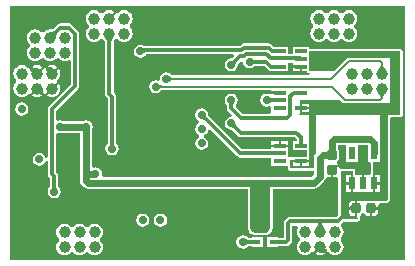
<source format=gbl>
G04*
G04 #@! TF.GenerationSoftware,Altium Limited,Altium Designer,20.1.8 (145)*
G04*
G04 Layer_Physical_Order=4*
G04 Layer_Color=16711680*
%FSLAX43Y43*%
%MOMM*%
G71*
G04*
G04 #@! TF.SameCoordinates,A35BB786-9FE3-423A-BE6B-7267126F668D*
G04*
G04*
G04 #@! TF.FilePolarity,Positive*
G04*
G01*
G75*
%ADD12C,0.300*%
%ADD14C,0.200*%
G04:AMPARAMS|DCode=32|XSize=0.9mm|YSize=0.8mm|CornerRadius=0.2mm|HoleSize=0mm|Usage=FLASHONLY|Rotation=0.000|XOffset=0mm|YOffset=0mm|HoleType=Round|Shape=RoundedRectangle|*
%AMROUNDEDRECTD32*
21,1,0.900,0.400,0,0,0.0*
21,1,0.500,0.800,0,0,0.0*
1,1,0.400,0.250,-0.200*
1,1,0.400,-0.250,-0.200*
1,1,0.400,-0.250,0.200*
1,1,0.400,0.250,0.200*
%
%ADD32ROUNDEDRECTD32*%
G04:AMPARAMS|DCode=35|XSize=0.9mm|YSize=0.8mm|CornerRadius=0.2mm|HoleSize=0mm|Usage=FLASHONLY|Rotation=270.000|XOffset=0mm|YOffset=0mm|HoleType=Round|Shape=RoundedRectangle|*
%AMROUNDEDRECTD35*
21,1,0.900,0.400,0,0,270.0*
21,1,0.500,0.800,0,0,270.0*
1,1,0.400,-0.200,-0.250*
1,1,0.400,-0.200,0.250*
1,1,0.400,0.200,0.250*
1,1,0.400,0.200,-0.250*
%
%ADD35ROUNDEDRECTD35*%
%ADD45C,0.600*%
%ADD47C,1.000*%
%ADD48C,0.600*%
%ADD49C,0.700*%
%ADD50R,0.500X0.400*%
%ADD51R,0.600X1.100*%
%ADD52R,1.000X0.350*%
G36*
X64745Y26380D02*
X31255D01*
Y28125D01*
Y47870D01*
X64745D01*
Y26380D01*
D02*
G37*
%LPC*%
G36*
X59940Y47501D02*
X59757Y47477D01*
X59587Y47406D01*
X59441Y47294D01*
X59406Y47249D01*
X59204D01*
X59169Y47294D01*
X59023Y47406D01*
X58853Y47477D01*
X58670Y47501D01*
X58487Y47477D01*
X58317Y47406D01*
X58171Y47294D01*
X58136Y47249D01*
X57934D01*
X57899Y47294D01*
X57753Y47406D01*
X57583Y47477D01*
X57400Y47501D01*
X57217Y47477D01*
X57047Y47406D01*
X56901Y47294D01*
X56789Y47148D01*
X56718Y46978D01*
X56694Y46795D01*
X56718Y46612D01*
X56789Y46442D01*
X56901Y46296D01*
X56946Y46261D01*
Y46059D01*
X56901Y46024D01*
X56789Y45878D01*
X56718Y45708D01*
X56694Y45525D01*
X56718Y45342D01*
X56789Y45172D01*
X56901Y45026D01*
X57047Y44914D01*
X57217Y44843D01*
X57400Y44819D01*
X57583Y44843D01*
X57753Y44914D01*
X57899Y45026D01*
X57934Y45071D01*
X58136D01*
X58171Y45026D01*
X58317Y44914D01*
X58487Y44843D01*
X58670Y44819D01*
X58853Y44843D01*
X59023Y44914D01*
X59169Y45026D01*
X59204Y45071D01*
X59406D01*
X59441Y45026D01*
X59587Y44914D01*
X59757Y44843D01*
X59940Y44819D01*
X60123Y44843D01*
X60293Y44914D01*
X60439Y45026D01*
X60551Y45172D01*
X60622Y45342D01*
X60646Y45525D01*
X60622Y45708D01*
X60551Y45878D01*
X60439Y46024D01*
X60394Y46059D01*
Y46261D01*
X60439Y46296D01*
X60551Y46442D01*
X60622Y46612D01*
X60646Y46795D01*
X60622Y46978D01*
X60551Y47148D01*
X60439Y47294D01*
X60293Y47406D01*
X60123Y47477D01*
X59940Y47501D01*
D02*
G37*
G36*
X40940D02*
X40757Y47477D01*
X40587Y47406D01*
X40441Y47294D01*
X40406Y47249D01*
X40265D01*
X39741Y46724D01*
X39599Y46866D01*
X40089Y47356D01*
X40023Y47406D01*
X39853Y47477D01*
X39670Y47501D01*
X39487Y47477D01*
X39317Y47406D01*
X39171Y47294D01*
X39136Y47249D01*
X38934D01*
X38899Y47294D01*
X38753Y47406D01*
X38583Y47477D01*
X38400Y47501D01*
X38217Y47477D01*
X38047Y47406D01*
X37901Y47294D01*
X37789Y47148D01*
X37718Y46978D01*
X37694Y46795D01*
X37718Y46612D01*
X37789Y46442D01*
X37901Y46296D01*
X37946Y46261D01*
Y46059D01*
X37901Y46024D01*
X37789Y45878D01*
X37718Y45708D01*
X37694Y45525D01*
X37718Y45342D01*
X37789Y45172D01*
X37901Y45026D01*
X38047Y44914D01*
X38217Y44843D01*
X38400Y44819D01*
X38583Y44843D01*
X38753Y44914D01*
X38899Y45026D01*
X38934Y45071D01*
X39136D01*
X39171Y45026D01*
X39182Y45017D01*
X39207Y44992D01*
X39232Y44962D01*
X39254Y44933D01*
X39271Y44904D01*
X39286Y44877D01*
X39297Y44851D01*
X39305Y44825D01*
X39311Y44800D01*
X39313Y44786D01*
Y40415D01*
X39340Y40278D01*
X39418Y40162D01*
X39543Y40037D01*
Y36247D01*
X39541Y36231D01*
X39537Y36215D01*
X39533Y36202D01*
X39529Y36191D01*
X39525Y36183D01*
X39523Y36179D01*
X39503Y36166D01*
X39382Y35984D01*
X39339Y35770D01*
X39382Y35555D01*
X39503Y35373D01*
X39685Y35252D01*
X39900Y35209D01*
X40115Y35252D01*
X40297Y35373D01*
X40418Y35555D01*
X40461Y35770D01*
X40418Y35984D01*
X40297Y36166D01*
X40277Y36179D01*
X40275Y36183D01*
X40271Y36191D01*
X40267Y36202D01*
X40263Y36215D01*
X40259Y36231D01*
X40257Y36247D01*
Y40185D01*
X40230Y40321D01*
X40152Y40437D01*
X40027Y40562D01*
Y44786D01*
X40029Y44800D01*
X40035Y44825D01*
X40043Y44851D01*
X40054Y44877D01*
X40069Y44904D01*
X40086Y44933D01*
X40108Y44962D01*
X40133Y44992D01*
X40158Y45017D01*
X40169Y45026D01*
X40204Y45071D01*
X40406D01*
X40441Y45026D01*
X40587Y44914D01*
X40757Y44843D01*
X40940Y44819D01*
X41123Y44843D01*
X41293Y44914D01*
X41439Y45026D01*
X41551Y45172D01*
X41622Y45342D01*
X41646Y45525D01*
X41622Y45708D01*
X41551Y45878D01*
X41439Y46024D01*
X41394Y46059D01*
Y46261D01*
X41439Y46296D01*
X41551Y46442D01*
X41622Y46612D01*
X41646Y46795D01*
X41622Y46978D01*
X41551Y47148D01*
X41439Y47294D01*
X41293Y47406D01*
X41123Y47477D01*
X40940Y47501D01*
D02*
G37*
G36*
X36292Y46382D02*
X35520D01*
X35383Y46355D01*
X35268Y46277D01*
X34941Y45950D01*
X34929Y45942D01*
X34907Y45928D01*
X34883Y45915D01*
X34856Y45905D01*
X34827Y45896D01*
X34794Y45888D01*
X34759Y45883D01*
X34720Y45880D01*
X34685Y45879D01*
X34670Y45881D01*
X34487Y45857D01*
X34317Y45786D01*
X34171Y45674D01*
X34136Y45629D01*
X33934D01*
X33899Y45674D01*
X33753Y45786D01*
X33583Y45857D01*
X33400Y45881D01*
X33217Y45857D01*
X33047Y45786D01*
X32901Y45674D01*
X32789Y45528D01*
X32718Y45358D01*
X32694Y45175D01*
X32718Y44992D01*
X32789Y44822D01*
X32901Y44676D01*
X32946Y44641D01*
Y44439D01*
X32901Y44404D01*
X32789Y44258D01*
X32718Y44088D01*
X32694Y43905D01*
X32718Y43722D01*
X32789Y43552D01*
X32901Y43406D01*
X33047Y43294D01*
X33217Y43223D01*
X33400Y43199D01*
X33583Y43223D01*
X33753Y43294D01*
X33899Y43406D01*
X33934Y43451D01*
X34136D01*
X34171Y43406D01*
X34317Y43294D01*
X34487Y43223D01*
X34670Y43199D01*
X34853Y43223D01*
X35023Y43294D01*
X35169Y43406D01*
X35204Y43451D01*
X35406D01*
X35441Y43406D01*
X35587Y43294D01*
X35757Y43223D01*
X35940Y43199D01*
X36123Y43223D01*
X36273Y43285D01*
X36432Y43225D01*
X36433Y43224D01*
Y41250D01*
X34548Y39364D01*
X34470Y39248D01*
X34443Y39112D01*
Y35030D01*
X34283Y35014D01*
X34268Y35090D01*
X34147Y35272D01*
X33965Y35393D01*
X33750Y35436D01*
X33535Y35393D01*
X33353Y35272D01*
X33232Y35090D01*
X33189Y34875D01*
X33232Y34660D01*
X33353Y34478D01*
X33535Y34357D01*
X33750Y34314D01*
X33965Y34357D01*
X34147Y34478D01*
X34268Y34660D01*
X34283Y34736D01*
X34443Y34720D01*
Y33625D01*
X34470Y33488D01*
X34548Y33373D01*
X34643Y33277D01*
Y32602D01*
X34641Y32586D01*
X34637Y32570D01*
X34633Y32557D01*
X34629Y32546D01*
X34625Y32538D01*
X34623Y32534D01*
X34603Y32522D01*
X34482Y32340D01*
X34439Y32125D01*
X34482Y31910D01*
X34603Y31728D01*
X34785Y31607D01*
X35000Y31564D01*
X35215Y31607D01*
X35397Y31728D01*
X35518Y31910D01*
X35561Y32125D01*
X35518Y32340D01*
X35397Y32522D01*
X35377Y32534D01*
X35375Y32538D01*
X35371Y32546D01*
X35367Y32557D01*
X35363Y32570D01*
X35359Y32586D01*
X35357Y32602D01*
Y33425D01*
X35330Y33562D01*
X35252Y33677D01*
X35157Y33773D01*
Y37015D01*
X35317Y37101D01*
X35500Y37064D01*
X35715Y37107D01*
X35727Y37115D01*
X37190D01*
Y33625D01*
Y33051D01*
X37229Y32856D01*
X37340Y32690D01*
X37515Y32515D01*
X37681Y32404D01*
X37876Y32365D01*
X51396D01*
Y29050D01*
X51412Y28972D01*
X51488Y28789D01*
X51532Y28723D01*
X51672Y28582D01*
X51738Y28538D01*
X51922Y28462D01*
X52000Y28446D01*
X52899D01*
X52977Y28462D01*
X53161Y28538D01*
X53227Y28582D01*
X53367Y28723D01*
X53412Y28789D01*
X53488Y28973D01*
X53503Y29051D01*
Y29095D01*
X53514Y29150D01*
Y32365D01*
X57000D01*
X57195Y32404D01*
X57360Y32515D01*
X57860Y33015D01*
X57971Y33180D01*
X57990Y33275D01*
X58077Y33378D01*
X58170Y33383D01*
X58250Y33367D01*
X58400D01*
Y33975D01*
X58600D01*
Y33367D01*
X58750D01*
X58886Y33394D01*
X58932Y33380D01*
X59046Y33299D01*
Y30176D01*
X58852Y29982D01*
X54976D01*
X54839Y29955D01*
X54723Y29877D01*
X54548Y29702D01*
X54470Y29586D01*
X54443Y29449D01*
Y28232D01*
X53950D01*
Y28275D01*
X53050D01*
Y27475D01*
X53950D01*
Y27518D01*
X54624D01*
X54761Y27545D01*
X54877Y27623D01*
X55052Y27798D01*
X55130Y27914D01*
X55157Y28051D01*
Y29268D01*
X55588D01*
X55667Y29108D01*
X55644Y29078D01*
X55573Y28908D01*
X55549Y28725D01*
X55573Y28542D01*
X55644Y28372D01*
X55756Y28226D01*
X55801Y28191D01*
Y27989D01*
X55756Y27954D01*
X55644Y27808D01*
X55573Y27638D01*
X55549Y27455D01*
X55573Y27272D01*
X55644Y27102D01*
X55756Y26956D01*
X55902Y26844D01*
X56072Y26773D01*
X56255Y26749D01*
X56438Y26773D01*
X56608Y26844D01*
X56754Y26956D01*
X56789Y27001D01*
X56930D01*
X57454Y27526D01*
X57596Y27384D01*
X57106Y26894D01*
X57172Y26844D01*
X57342Y26773D01*
X57525Y26749D01*
X57708Y26773D01*
X57878Y26844D01*
X57975Y26918D01*
X57957Y26926D01*
X57914Y26940D01*
X57867Y26950D01*
X57816Y26958D01*
X57761Y26962D01*
X57701Y26964D01*
X57570Y26957D01*
X58024Y27490D01*
X58030Y27422D01*
X58049Y27301D01*
X58062Y27247D01*
X58078Y27198D01*
X58096Y27153D01*
X58116Y27113D01*
X58139Y27077D01*
X58164Y27046D01*
X58191Y27019D01*
X58176Y27001D01*
X58261D01*
X58296Y26956D01*
X58442Y26844D01*
X58612Y26773D01*
X58795Y26749D01*
X58978Y26773D01*
X59148Y26844D01*
X59294Y26956D01*
X59406Y27102D01*
X59477Y27272D01*
X59501Y27455D01*
X59477Y27638D01*
X59406Y27808D01*
X59294Y27954D01*
X59249Y27989D01*
Y28191D01*
X59294Y28226D01*
X59406Y28372D01*
X59477Y28542D01*
X59501Y28725D01*
X59477Y28908D01*
X59406Y29078D01*
X59302Y29214D01*
X59290Y29241D01*
X59301Y29421D01*
X59471Y29591D01*
X60655Y29591D01*
X60659Y29592D01*
X60663Y29592D01*
X60698Y29600D01*
X60733Y29607D01*
X60736Y29609D01*
X60740Y29610D01*
X60769Y29631D01*
X60799Y29651D01*
X60801Y29655D01*
X60805Y29657D01*
X60858Y29715D01*
X60861Y29719D01*
X60864Y29721D01*
X60881Y29752D01*
X60889Y29764D01*
X60890Y29766D01*
X60890Y29767D01*
X60900Y29783D01*
X60901Y29787D01*
X60903Y29790D01*
X60907Y29805D01*
X60910Y29823D01*
X60916Y29841D01*
X60914Y29863D01*
X60917Y29884D01*
X60912Y29902D01*
X60911Y29920D01*
X60905Y29932D01*
X60901Y29946D01*
X60898Y29975D01*
X60918Y30064D01*
X60963Y30141D01*
X61022Y30180D01*
X61097Y30293D01*
X61183Y30303D01*
X61269Y30293D01*
X61345Y30180D01*
X61477Y30092D01*
X61633Y30061D01*
X61733D01*
Y30718D01*
X61833D01*
Y30818D01*
X62441D01*
Y30968D01*
X62433Y31011D01*
X62557Y31171D01*
X63108Y31171D01*
X63109Y31171D01*
X63109Y31171D01*
X63147Y31179D01*
X63187Y31187D01*
X63187Y31187D01*
X63187Y31187D01*
X63218Y31208D01*
X63253Y31231D01*
X63253Y31231D01*
X63253Y31231D01*
X63394Y31372D01*
X63394Y31372D01*
X63394Y31372D01*
X63417Y31407D01*
X63438Y31439D01*
X63438Y31439D01*
X63438Y31439D01*
X63446Y31478D01*
X63454Y31517D01*
X63454Y31517D01*
X63454Y31517D01*
X63446Y38308D01*
X63559Y38421D01*
X64300D01*
X64378Y38437D01*
X64444Y38481D01*
X64488Y38547D01*
X64504Y38625D01*
Y44025D01*
X64488Y44103D01*
X64444Y44169D01*
X64378Y44213D01*
X64300Y44229D01*
X56600D01*
Y44400D01*
X55200D01*
Y43782D01*
X54800D01*
Y44400D01*
X53604D01*
X53427Y44577D01*
X53311Y44655D01*
X53174Y44682D01*
X51053D01*
X50916Y44655D01*
X50801Y44577D01*
X50705Y44482D01*
X42685D01*
X42676Y44483D01*
X42629Y44490D01*
X42614Y44493D01*
X42599Y44497D01*
X42586Y44502D01*
X42576Y44506D01*
X42562Y44513D01*
X42558Y44514D01*
X42515Y44543D01*
X42300Y44586D01*
X42085Y44543D01*
X41903Y44422D01*
X41782Y44240D01*
X41739Y44025D01*
X41782Y43810D01*
X41903Y43628D01*
X42085Y43507D01*
X42300Y43464D01*
X42515Y43507D01*
X42697Y43628D01*
X42775Y43746D01*
X42783Y43755D01*
X42787Y43761D01*
X42792Y43763D01*
X42801Y43766D01*
X42814Y43768D01*
X50179D01*
X50241Y43620D01*
X50085Y43465D01*
X50072Y43455D01*
X50058Y43446D01*
X50046Y43440D01*
X50036Y43435D01*
X50027Y43432D01*
X50023Y43431D01*
X50000Y43436D01*
X49785Y43393D01*
X49603Y43272D01*
X49482Y43090D01*
X49439Y42875D01*
X49482Y42660D01*
X49603Y42478D01*
X49785Y42357D01*
X50000Y42314D01*
X50215Y42357D01*
X50397Y42478D01*
X50518Y42660D01*
X50561Y42875D01*
X50556Y42898D01*
X50557Y42902D01*
X50560Y42911D01*
X50565Y42921D01*
X50571Y42933D01*
X50580Y42947D01*
X50590Y42960D01*
X50844Y43214D01*
X50991Y43135D01*
X50989Y43125D01*
X51032Y42910D01*
X51153Y42728D01*
X51335Y42607D01*
X51550Y42564D01*
X51765Y42607D01*
X51947Y42728D01*
X51959Y42748D01*
X51963Y42750D01*
X51971Y42754D01*
X51982Y42758D01*
X51995Y42762D01*
X52011Y42766D01*
X52027Y42768D01*
X52812D01*
X53122Y42458D01*
X53238Y42381D01*
X53374Y42354D01*
X53400D01*
Y42350D01*
X54800D01*
Y43068D01*
X55200D01*
Y42825D01*
X55900D01*
Y42725D01*
X56000D01*
Y42350D01*
X56396D01*
X56401Y42324D01*
X56403Y42297D01*
X56409Y42285D01*
X56412Y42272D01*
X56426Y42250D01*
X56438Y42226D01*
X56448Y42217D01*
X56456Y42206D01*
X56478Y42191D01*
X56498Y42173D01*
X56511Y42169D01*
X56522Y42162D01*
X56548Y42156D01*
X56573Y42148D01*
X56626Y42141D01*
X56616Y41981D01*
X45026D01*
X45023Y41981D01*
X45011Y41984D01*
X44999Y41988D01*
X44985Y41995D01*
X44969Y42003D01*
X44953Y42013D01*
X44935Y42027D01*
X44916Y42043D01*
X44915Y42045D01*
X44897Y42072D01*
X44715Y42193D01*
X44500Y42236D01*
X44285Y42193D01*
X44103Y42072D01*
X43982Y41890D01*
X43939Y41675D01*
X43944Y41652D01*
X43870Y41588D01*
X43802Y41546D01*
X43604Y41586D01*
X43389Y41543D01*
X43207Y41422D01*
X43086Y41240D01*
X43043Y41025D01*
X43086Y40810D01*
X43207Y40628D01*
X43389Y40507D01*
X43604Y40464D01*
X43818Y40507D01*
X44000Y40628D01*
X44018Y40655D01*
X44020Y40657D01*
X44039Y40673D01*
X44057Y40687D01*
X44073Y40697D01*
X44088Y40705D01*
X44102Y40712D01*
X44115Y40716D01*
X44127Y40719D01*
X44130Y40719D01*
X53400D01*
Y40625D01*
X54100D01*
Y40425D01*
X53327D01*
X53240Y40379D01*
X53207Y40400D01*
X52993Y40443D01*
X52778Y40400D01*
X52596Y40279D01*
X52475Y40097D01*
X52432Y39882D01*
X52475Y39668D01*
X52596Y39486D01*
X52778Y39364D01*
X52993Y39321D01*
X53207Y39364D01*
X53240Y39386D01*
X53400Y39300D01*
Y38850D01*
X53299Y38732D01*
X50998D01*
X50403Y39327D01*
X50397Y39486D01*
X50518Y39668D01*
X50561Y39882D01*
X50518Y40097D01*
X50397Y40279D01*
X50215Y40400D01*
X50000Y40443D01*
X49785Y40400D01*
X49603Y40279D01*
X49482Y40097D01*
X49439Y39882D01*
X49482Y39668D01*
X49603Y39486D01*
X49623Y39473D01*
X49625Y39469D01*
X49629Y39461D01*
X49633Y39450D01*
X49637Y39437D01*
X49641Y39421D01*
X49643Y39405D01*
Y39225D01*
X49670Y39088D01*
X49748Y38973D01*
X50089Y38631D01*
X50010Y38484D01*
X50000Y38486D01*
X49785Y38443D01*
X49603Y38322D01*
X49482Y38140D01*
X49439Y37925D01*
X49482Y37710D01*
X49603Y37528D01*
X49785Y37407D01*
X50000Y37364D01*
X50023Y37369D01*
X50027Y37368D01*
X50036Y37365D01*
X50046Y37360D01*
X50058Y37354D01*
X50072Y37345D01*
X50085Y37335D01*
X50548Y36873D01*
X50663Y36795D01*
X50800Y36768D01*
X55370D01*
X55543Y36595D01*
Y36400D01*
X55200D01*
Y35650D01*
X56390D01*
Y35100D01*
X55200D01*
Y35029D01*
X55000D01*
X54960Y35021D01*
X54841Y35087D01*
X54800Y35125D01*
Y35925D01*
X53400D01*
Y35732D01*
X50898D01*
X48090Y38540D01*
X48080Y38553D01*
X48071Y38567D01*
X48065Y38579D01*
X48060Y38589D01*
X48057Y38598D01*
X48056Y38602D01*
X48061Y38625D01*
X48018Y38840D01*
X47897Y39022D01*
X47715Y39143D01*
X47500Y39186D01*
X47285Y39143D01*
X47103Y39022D01*
X46982Y38840D01*
X46939Y38625D01*
X46982Y38410D01*
X47103Y38228D01*
X47276Y38113D01*
X47283Y38059D01*
X47280Y38000D01*
X47272Y37946D01*
X47096Y37829D01*
X46975Y37647D01*
X46932Y37432D01*
X46975Y37218D01*
X47096Y37036D01*
X47278Y36914D01*
X47298Y36910D01*
Y36747D01*
X47278Y36743D01*
X47096Y36622D01*
X46975Y36440D01*
X46932Y36225D01*
X46975Y36010D01*
X47096Y35828D01*
X47278Y35707D01*
X47493Y35664D01*
X47707Y35707D01*
X47889Y35828D01*
X48011Y36010D01*
X48054Y36225D01*
X48011Y36440D01*
X47889Y36622D01*
X47707Y36743D01*
X47687Y36747D01*
Y36910D01*
X47707Y36914D01*
X47889Y37036D01*
X48011Y37218D01*
X48038Y37356D01*
X48208Y37412D01*
X50498Y35123D01*
X50613Y35045D01*
X50750Y35018D01*
X53400D01*
Y34350D01*
X54796D01*
Y34125D01*
X54812Y34047D01*
X54856Y33981D01*
X54922Y33937D01*
X55000Y33921D01*
X56990Y33921D01*
Y33586D01*
X56789Y33385D01*
X39176D01*
X39045Y33545D01*
X39061Y33625D01*
X39018Y33840D01*
X38897Y34022D01*
X38715Y34143D01*
X38500Y34186D01*
X38370Y34160D01*
X38217Y34265D01*
X38210Y34279D01*
Y37398D01*
X38218Y37410D01*
X38261Y37625D01*
X38218Y37840D01*
X38097Y38022D01*
X37915Y38143D01*
X37700Y38186D01*
X37485Y38143D01*
X37473Y38135D01*
X35727D01*
X35715Y38143D01*
X35500Y38186D01*
X35317Y38149D01*
X35157Y38235D01*
Y38964D01*
X37042Y40849D01*
X37120Y40965D01*
X37147Y41102D01*
Y45527D01*
X37120Y45664D01*
X37042Y45779D01*
X36544Y46277D01*
X36429Y46355D01*
X36292Y46382D01*
D02*
G37*
G36*
X55800Y42625D02*
X55200D01*
Y42350D01*
X55800D01*
Y42625D01*
D02*
G37*
G36*
X34794Y42843D02*
X34612Y42819D01*
X34473Y42762D01*
X34492Y42751D01*
X34533Y42731D01*
X34580Y42712D01*
X34688Y42676D01*
X34750Y42659D01*
X34890Y42628D01*
X34306Y42243D01*
X34317Y42305D01*
X34324Y42363D01*
X34327Y42417D01*
X34326Y42468D01*
X34321Y42516D01*
X34311Y42561D01*
X34297Y42601D01*
X34286Y42624D01*
X34260Y42591D01*
X34119D01*
X33595Y42067D01*
X33454Y42208D01*
X33943Y42698D01*
X33877Y42749D01*
X33707Y42819D01*
X33524Y42843D01*
X33342Y42819D01*
X33171Y42749D01*
X33098Y42693D01*
X33115Y42684D01*
X33157Y42668D01*
X33203Y42655D01*
X33253Y42645D01*
X33307Y42638D01*
X33365Y42634D01*
X33427Y42634D01*
X33493Y42636D01*
X33025Y42116D01*
X33021Y42186D01*
X33006Y42310D01*
X32995Y42366D01*
X32981Y42417D01*
X32966Y42463D01*
X32948Y42505D01*
X32928Y42542D01*
X32906Y42575D01*
X32891Y42591D01*
X32788D01*
X32754Y42637D01*
X32607Y42749D01*
X32437Y42819D01*
X32254Y42843D01*
X32072Y42819D01*
X31901Y42749D01*
X31755Y42637D01*
X31643Y42490D01*
X31572Y42320D01*
X31548Y42137D01*
X31572Y41955D01*
X31643Y41784D01*
X31755Y41638D01*
X31801Y41603D01*
Y41401D01*
X31755Y41367D01*
X31643Y41220D01*
X31572Y41050D01*
X31548Y40867D01*
X31572Y40685D01*
X31643Y40514D01*
X31755Y40368D01*
X31901Y40256D01*
X32072Y40185D01*
X32254Y40161D01*
X32437Y40185D01*
X32607Y40256D01*
X32754Y40368D01*
X32788Y40414D01*
X32929D01*
X33454Y40938D01*
X33595Y40797D01*
X33105Y40307D01*
X33171Y40256D01*
X33342Y40185D01*
X33524Y40161D01*
X33707Y40185D01*
X33877Y40256D01*
X33951Y40312D01*
X33928Y40324D01*
X33887Y40341D01*
X33843Y40354D01*
X33795Y40364D01*
X33743Y40370D01*
X33688Y40373D01*
X33629Y40373D01*
X33567Y40369D01*
X34024Y40872D01*
X34026Y40807D01*
X34038Y40690D01*
X34048Y40637D01*
X34061Y40588D01*
X34077Y40542D01*
X34095Y40501D01*
X34116Y40463D01*
X34140Y40430D01*
X34154Y40414D01*
X34199D01*
X34724Y40938D01*
X35248Y41462D01*
Y41603D01*
X35294Y41638D01*
X35406Y41784D01*
X35476Y41955D01*
X35500Y42137D01*
X35476Y42320D01*
X35406Y42490D01*
X35355Y42557D01*
X34865Y42067D01*
X34724Y42208D01*
X35213Y42698D01*
X35147Y42749D01*
X34977Y42819D01*
X34794Y42843D01*
D02*
G37*
G36*
X35355Y41287D02*
X34865Y40797D01*
X34375Y40307D01*
X34441Y40256D01*
X34612Y40185D01*
X34794Y40161D01*
X34977Y40185D01*
X35147Y40256D01*
X35294Y40368D01*
X35406Y40514D01*
X35476Y40685D01*
X35500Y40867D01*
X35476Y41050D01*
X35406Y41220D01*
X35355Y41287D01*
D02*
G37*
G36*
X32254Y39686D02*
X32040Y39643D01*
X31858Y39522D01*
X31736Y39340D01*
X31693Y39125D01*
X31736Y38910D01*
X31858Y38728D01*
X32040Y38607D01*
X32254Y38564D01*
X32469Y38607D01*
X32651Y38728D01*
X32772Y38910D01*
X32815Y39125D01*
X32772Y39340D01*
X32651Y39522D01*
X32469Y39643D01*
X32254Y39686D01*
D02*
G37*
G36*
X54800Y36400D02*
X54200D01*
Y36125D01*
X54800D01*
Y36400D01*
D02*
G37*
G36*
X54000D02*
X53400D01*
Y36125D01*
X54000D01*
Y36400D01*
D02*
G37*
G36*
X62441Y30618D02*
X61933D01*
Y30061D01*
X62033D01*
X62189Y30092D01*
X62322Y30180D01*
X62410Y30312D01*
X62441Y30468D01*
Y30618D01*
D02*
G37*
G36*
X38420Y29431D02*
X38237Y29407D01*
X38067Y29336D01*
X37921Y29224D01*
X37886Y29179D01*
X37684D01*
X37649Y29224D01*
X37503Y29336D01*
X37333Y29407D01*
X37150Y29431D01*
X36967Y29407D01*
X36797Y29336D01*
X36651Y29224D01*
X36616Y29179D01*
X36414D01*
X36379Y29224D01*
X36233Y29336D01*
X36063Y29407D01*
X35880Y29431D01*
X35697Y29407D01*
X35527Y29336D01*
X35381Y29224D01*
X35269Y29078D01*
X35198Y28908D01*
X35174Y28725D01*
X35198Y28542D01*
X35269Y28372D01*
X35381Y28226D01*
X35426Y28191D01*
Y27989D01*
X35381Y27954D01*
X35269Y27808D01*
X35198Y27638D01*
X35174Y27455D01*
X35198Y27272D01*
X35269Y27102D01*
X35381Y26956D01*
X35527Y26844D01*
X35697Y26773D01*
X35880Y26749D01*
X36063Y26773D01*
X36233Y26844D01*
X36379Y26956D01*
X36414Y27001D01*
X36616D01*
X36651Y26956D01*
X36797Y26844D01*
X36967Y26773D01*
X37150Y26749D01*
X37333Y26773D01*
X37503Y26844D01*
X37649Y26956D01*
X37684Y27001D01*
X37886D01*
X37921Y26956D01*
X38067Y26844D01*
X38237Y26773D01*
X38420Y26749D01*
X38603Y26773D01*
X38773Y26844D01*
X38919Y26956D01*
X39031Y27102D01*
X39102Y27272D01*
X39126Y27455D01*
X39102Y27638D01*
X39031Y27808D01*
X38919Y27954D01*
X38874Y27989D01*
Y28191D01*
X38919Y28226D01*
X39031Y28372D01*
X39102Y28542D01*
X39126Y28725D01*
X39102Y28908D01*
X39031Y29078D01*
X38919Y29224D01*
X38773Y29336D01*
X38603Y29407D01*
X38420Y29431D01*
D02*
G37*
G36*
X44000Y30286D02*
X43785Y30243D01*
X43603Y30122D01*
X43482Y29940D01*
X43439Y29725D01*
X43482Y29510D01*
X43603Y29328D01*
X43785Y29207D01*
X44000Y29164D01*
X44215Y29207D01*
X44397Y29328D01*
X44518Y29510D01*
X44561Y29725D01*
X44518Y29940D01*
X44397Y30122D01*
X44215Y30243D01*
X44000Y30286D01*
D02*
G37*
G36*
X42500D02*
X42285Y30243D01*
X42103Y30122D01*
X41982Y29940D01*
X41939Y29725D01*
X41982Y29510D01*
X42103Y29328D01*
X42285Y29207D01*
X42500Y29164D01*
X42715Y29207D01*
X42897Y29328D01*
X43018Y29510D01*
X43061Y29725D01*
X43018Y29940D01*
X42897Y30122D01*
X42715Y30243D01*
X42500Y30286D01*
D02*
G37*
G36*
X51000Y28436D02*
X50785Y28393D01*
X50603Y28272D01*
X50482Y28090D01*
X50439Y27875D01*
X50482Y27660D01*
X50603Y27478D01*
X50785Y27357D01*
X51000Y27314D01*
X51215Y27357D01*
X51397Y27478D01*
X51409Y27498D01*
X51413Y27500D01*
X51421Y27504D01*
X51432Y27508D01*
X51445Y27512D01*
X51461Y27516D01*
X51477Y27518D01*
X51750D01*
Y27475D01*
X52650D01*
Y28275D01*
X51750D01*
Y28232D01*
X51477D01*
X51461Y28234D01*
X51445Y28238D01*
X51432Y28242D01*
X51421Y28246D01*
X51413Y28250D01*
X51409Y28252D01*
X51397Y28272D01*
X51215Y28393D01*
X51000Y28436D01*
D02*
G37*
%LPD*%
G36*
X39982Y45128D02*
X39948Y45088D01*
X39918Y45048D01*
X39892Y45007D01*
X39870Y44965D01*
X39852Y44923D01*
X39838Y44880D01*
X39828Y44836D01*
X39822Y44793D01*
X39820Y44748D01*
X39520D01*
X39518Y44793D01*
X39512Y44836D01*
X39502Y44880D01*
X39488Y44923D01*
X39470Y44965D01*
X39448Y45007D01*
X39422Y45048D01*
X39392Y45088D01*
X39358Y45128D01*
X39320Y45168D01*
X40020D01*
X39982Y45128D01*
D02*
G37*
G36*
X40051Y36260D02*
X40054Y36226D01*
X40059Y36194D01*
X40065Y36164D01*
X40074Y36135D01*
X40084Y36109D01*
X40097Y36084D01*
X40111Y36061D01*
X40127Y36039D01*
X40145Y36020D01*
X39655D01*
X39673Y36039D01*
X39689Y36061D01*
X39703Y36084D01*
X39716Y36109D01*
X39726Y36135D01*
X39735Y36164D01*
X39741Y36194D01*
X39746Y36226D01*
X39749Y36260D01*
X39750Y36296D01*
X40050D01*
X40051Y36260D01*
D02*
G37*
G36*
X35325Y45618D02*
X35295Y45585D01*
X35269Y45550D01*
X35245Y45512D01*
X35225Y45472D01*
X35207Y45430D01*
X35194Y45385D01*
X35183Y45337D01*
X35175Y45287D01*
X35171Y45235D01*
X35170Y45180D01*
X34675Y45675D01*
X34730Y45676D01*
X34782Y45680D01*
X34832Y45688D01*
X34880Y45699D01*
X34925Y45712D01*
X34967Y45730D01*
X35007Y45750D01*
X35045Y45774D01*
X35080Y45800D01*
X35113Y45830D01*
X35325Y45618D01*
D02*
G37*
G36*
X42491Y44321D02*
X42513Y44311D01*
X42538Y44303D01*
X42564Y44295D01*
X42592Y44289D01*
X42652Y44280D01*
X42685Y44277D01*
X42755Y44275D01*
X42856Y43975D01*
X42820Y43974D01*
X42787Y43970D01*
X42756Y43965D01*
X42727Y43957D01*
X42701Y43947D01*
X42678Y43934D01*
X42657Y43919D01*
X42639Y43902D01*
X42623Y43883D01*
X42610Y43862D01*
X42470Y44331D01*
X42491Y44321D01*
D02*
G37*
G36*
X51819Y43352D02*
X51841Y43336D01*
X51864Y43322D01*
X51889Y43309D01*
X51916Y43299D01*
X51944Y43290D01*
X51974Y43284D01*
X52007Y43279D01*
X52041Y43276D01*
X52076Y43275D01*
Y42975D01*
X52041Y42974D01*
X52007Y42971D01*
X51974Y42966D01*
X51944Y42960D01*
X51916Y42951D01*
X51889Y42941D01*
X51864Y42928D01*
X51841Y42914D01*
X51819Y42898D01*
X51800Y42880D01*
Y43370D01*
X51819Y43352D01*
D02*
G37*
G36*
X50478Y43141D02*
X50454Y43115D01*
X50432Y43089D01*
X50412Y43063D01*
X50395Y43037D01*
X50381Y43011D01*
X50370Y42984D01*
X50361Y42958D01*
X50355Y42932D01*
X50351Y42905D01*
X50350Y42879D01*
X50004Y43225D01*
X50030Y43226D01*
X50057Y43230D01*
X50083Y43236D01*
X50109Y43245D01*
X50136Y43256D01*
X50162Y43271D01*
X50188Y43287D01*
X50214Y43307D01*
X50240Y43329D01*
X50266Y43353D01*
X50478Y43141D01*
D02*
G37*
G36*
X62849Y42889D02*
X62856Y42850D01*
X62869Y42809D01*
X62886Y42768D01*
X62909Y42725D01*
X62936Y42681D01*
X62969Y42636D01*
X63006Y42590D01*
X63096Y42494D01*
X62396D01*
X62444Y42543D01*
X62524Y42636D01*
X62556Y42681D01*
X62584Y42725D01*
X62606Y42768D01*
X62624Y42809D01*
X62636Y42850D01*
X62644Y42889D01*
X62646Y42927D01*
X62846D01*
X62849Y42889D01*
D02*
G37*
G36*
X44778Y41892D02*
X44807Y41868D01*
X44836Y41846D01*
X44865Y41827D01*
X44895Y41811D01*
X44925Y41798D01*
X44954Y41788D01*
X44985Y41781D01*
X45015Y41776D01*
X45045Y41775D01*
Y41575D01*
X45015Y41574D01*
X44985Y41569D01*
X44954Y41562D01*
X44925Y41552D01*
X44895Y41539D01*
X44865Y41523D01*
X44836Y41504D01*
X44807Y41482D01*
X44778Y41458D01*
X44750Y41430D01*
Y41920D01*
X44778Y41892D01*
D02*
G37*
G36*
X43882Y41242D02*
X43911Y41218D01*
X43940Y41196D01*
X43969Y41177D01*
X43999Y41161D01*
X44028Y41148D01*
X44058Y41138D01*
X44088Y41131D01*
X44119Y41126D01*
X44149Y41125D01*
Y40925D01*
X44119Y40924D01*
X44088Y40919D01*
X44058Y40912D01*
X44028Y40902D01*
X43999Y40889D01*
X43969Y40873D01*
X43940Y40854D01*
X43911Y40832D01*
X43882Y40808D01*
X43854Y40780D01*
Y41270D01*
X43882Y41242D01*
D02*
G37*
G36*
X63049Y40462D02*
X62969Y40368D01*
X62936Y40323D01*
X62909Y40279D01*
X62886Y40237D01*
X62869Y40195D01*
X62856Y40155D01*
X62849Y40116D01*
X62846Y40077D01*
X62646D01*
X62644Y40116D01*
X62636Y40155D01*
X62624Y40195D01*
X62606Y40237D01*
X62584Y40279D01*
X62556Y40323D01*
X62524Y40368D01*
X62486Y40415D01*
X62396Y40510D01*
X63096D01*
X63049Y40462D01*
D02*
G37*
G36*
X53265Y40106D02*
X53286Y40090D01*
X53309Y40076D01*
X53334Y40063D01*
X53360Y40053D01*
X53389Y40044D01*
X53419Y40037D01*
X53451Y40032D01*
X53485Y40030D01*
X53521Y40029D01*
X53517Y39729D01*
X53482Y39728D01*
X53448Y39725D01*
X53415Y39720D01*
X53385Y39714D01*
X53356Y39705D01*
X53330Y39695D01*
X53305Y39683D01*
X53281Y39668D01*
X53260Y39653D01*
X53240Y39635D01*
X53245Y40125D01*
X53265Y40106D01*
D02*
G37*
G36*
X64300Y38625D02*
X63241D01*
X63250Y31517D01*
X63108Y31375D01*
X62039Y31375D01*
X62033Y31376D01*
X61633D01*
X61627Y31375D01*
X60932Y31375D01*
X60932Y31375D01*
X60733Y31376D01*
X60633D01*
Y30718D01*
Y29974D01*
X60713Y29868D01*
X60709Y29854D01*
X60655Y29795D01*
X59250Y29795D01*
Y33875D01*
X60298D01*
Y33585D01*
X60296D01*
Y32835D01*
Y32085D01*
X61996D01*
Y32835D01*
Y33590D01*
X61995Y33592D01*
X61994Y33785D01*
X61994Y33785D01*
X61994Y33785D01*
X62002Y34685D01*
X62596D01*
Y35386D01*
X62606Y35435D01*
Y36279D01*
X62597Y36324D01*
X62600Y38625D01*
X62037D01*
X57140Y38625D01*
X57140Y35386D01*
X57140Y35385D01*
X57029Y35220D01*
X56990Y35025D01*
Y34125D01*
X55000Y34125D01*
Y34825D01*
X55200D01*
Y34825D01*
X56600D01*
Y35100D01*
X56594D01*
Y35650D01*
X56600D01*
Y36400D01*
X56594D01*
Y38625D01*
X55725Y38625D01*
X55715Y38650D01*
X55800Y38778D01*
Y39225D01*
Y39600D01*
X55795D01*
Y39875D01*
X59217Y39875D01*
X59384Y39709D01*
X59483Y39642D01*
X59600Y39619D01*
X59600Y39619D01*
X62600D01*
Y39619D01*
X63400D01*
Y40616D01*
X63428Y40685D01*
X63452Y40867D01*
X63428Y41050D01*
X63400Y41118D01*
X63400Y41886D01*
X63428Y41955D01*
X63452Y42137D01*
X63428Y42320D01*
X63400Y42388D01*
Y43455D01*
X62724D01*
X62629Y43474D01*
X62629Y43474D01*
X59943D01*
X59943Y43474D01*
X59848Y43455D01*
X59830D01*
X59825Y43450D01*
X59727Y43384D01*
X59727Y43384D01*
X58667Y42325D01*
X56790Y42325D01*
X56600Y42350D01*
Y43000D01*
Y44025D01*
X64300D01*
Y38625D01*
D02*
G37*
G36*
X50227Y39613D02*
X50211Y39591D01*
X50197Y39568D01*
X50184Y39543D01*
X50174Y39517D01*
X50165Y39488D01*
X50159Y39458D01*
X50154Y39426D01*
X50151Y39392D01*
X50150Y39356D01*
X49850D01*
X49849Y39392D01*
X49846Y39426D01*
X49841Y39458D01*
X49835Y39488D01*
X49826Y39517D01*
X49816Y39543D01*
X49803Y39568D01*
X49789Y39591D01*
X49773Y39613D01*
X49755Y39632D01*
X50245D01*
X50227Y39613D01*
D02*
G37*
G36*
X47851Y38595D02*
X47855Y38568D01*
X47861Y38542D01*
X47870Y38516D01*
X47881Y38489D01*
X47895Y38463D01*
X47912Y38437D01*
X47932Y38411D01*
X47954Y38385D01*
X47978Y38359D01*
X47766Y38147D01*
X47740Y38171D01*
X47714Y38193D01*
X47688Y38213D01*
X47662Y38230D01*
X47636Y38244D01*
X47609Y38255D01*
X47583Y38264D01*
X47557Y38270D01*
X47530Y38274D01*
X47504Y38275D01*
X47850Y38621D01*
X47851Y38595D01*
D02*
G37*
G36*
X50351Y37895D02*
X50355Y37868D01*
X50361Y37842D01*
X50370Y37816D01*
X50381Y37789D01*
X50395Y37763D01*
X50412Y37737D01*
X50432Y37711D01*
X50454Y37685D01*
X50478Y37659D01*
X50266Y37447D01*
X50240Y37471D01*
X50214Y37493D01*
X50188Y37513D01*
X50162Y37530D01*
X50136Y37544D01*
X50109Y37555D01*
X50083Y37564D01*
X50057Y37570D01*
X50030Y37574D01*
X50004Y37575D01*
X50350Y37922D01*
X50351Y37895D01*
D02*
G37*
G36*
X61586Y36068D02*
Y35435D01*
X61596Y35386D01*
Y34685D01*
X61685D01*
X61797Y34572D01*
X61790Y33787D01*
X61790Y33786D01*
X61790Y33785D01*
X61790Y33785D01*
X61790Y33785D01*
X61790Y33745D01*
X61633Y33585D01*
X61246D01*
Y32835D01*
X61046D01*
Y33585D01*
X60502D01*
Y33875D01*
X60487Y33953D01*
X60443Y34019D01*
X60376Y34063D01*
X60298Y34079D01*
X59250D01*
X59158Y34175D01*
X59127Y34331D01*
X59038Y34463D01*
X58925Y34539D01*
X58915Y34625D01*
X58925Y34711D01*
X59038Y34787D01*
X59127Y34919D01*
X59158Y35075D01*
Y35475D01*
X59127Y35631D01*
X59038Y35763D01*
X59010Y35782D01*
Y36115D01*
X59696D01*
Y34685D01*
X60696D01*
Y36115D01*
X61539D01*
X61586Y36068D01*
D02*
G37*
G36*
X35151Y32616D02*
X35154Y32582D01*
X35159Y32549D01*
X35165Y32519D01*
X35174Y32491D01*
X35184Y32464D01*
X35197Y32439D01*
X35211Y32416D01*
X35227Y32394D01*
X35245Y32375D01*
X34755D01*
X34773Y32394D01*
X34789Y32416D01*
X34803Y32439D01*
X34816Y32464D01*
X34826Y32491D01*
X34835Y32519D01*
X34841Y32549D01*
X34846Y32582D01*
X34849Y32616D01*
X34850Y32651D01*
X35150D01*
X35151Y32616D01*
D02*
G37*
G36*
X57677Y29457D02*
X57683Y29414D01*
X57693Y29370D01*
X57707Y29327D01*
X57725Y29285D01*
X57747Y29243D01*
X57773Y29202D01*
X57803Y29162D01*
X57837Y29122D01*
X57875Y29082D01*
X57175D01*
X57213Y29122D01*
X57247Y29162D01*
X57277Y29202D01*
X57303Y29243D01*
X57325Y29285D01*
X57343Y29327D01*
X57357Y29370D01*
X57367Y29414D01*
X57373Y29457D01*
X57375Y29502D01*
X57675D01*
X57677Y29457D01*
D02*
G37*
G36*
X53310Y29150D02*
X53299D01*
Y29051D01*
X53223Y28867D01*
X53083Y28726D01*
X52899Y28650D01*
X52000D01*
X51816Y28726D01*
X51676Y28867D01*
X51600Y29050D01*
Y29150D01*
Y32900D01*
X53310D01*
Y29150D01*
D02*
G37*
%LPC*%
G36*
X56600Y39600D02*
X56000D01*
Y39325D01*
X56600D01*
Y39600D01*
D02*
G37*
G36*
Y39125D02*
X56000D01*
Y38850D01*
X56600D01*
Y39125D01*
D02*
G37*
G36*
Y34625D02*
X56000D01*
Y34350D01*
X56600D01*
Y34625D01*
D02*
G37*
G36*
X55800D02*
X55200D01*
Y34350D01*
X55800D01*
Y34625D01*
D02*
G37*
G36*
X62596Y33585D02*
X62196D01*
Y32935D01*
X62596D01*
Y33585D01*
D02*
G37*
G36*
X60096D02*
X59696D01*
Y32935D01*
X60096D01*
Y33585D01*
D02*
G37*
G36*
X62596Y32735D02*
X62196D01*
Y32085D01*
X62596D01*
Y32735D01*
D02*
G37*
G36*
X60096D02*
X59696D01*
Y32085D01*
X60096D01*
Y32735D01*
D02*
G37*
G36*
X60433Y31376D02*
X60333D01*
X60177Y31345D01*
X60045Y31257D01*
X59956Y31124D01*
X59925Y30968D01*
Y30818D01*
X60433D01*
Y31376D01*
D02*
G37*
G36*
Y30618D02*
X59925D01*
Y30468D01*
X59956Y30312D01*
X60045Y30180D01*
X60177Y30092D01*
X60333Y30061D01*
X60433D01*
Y30618D01*
D02*
G37*
%LPD*%
G36*
X51269Y28102D02*
X51291Y28086D01*
X51314Y28072D01*
X51339Y28059D01*
X51366Y28049D01*
X51394Y28040D01*
X51424Y28034D01*
X51457Y28029D01*
X51491Y28026D01*
X51526Y28025D01*
Y27725D01*
X51491Y27724D01*
X51457Y27721D01*
X51424Y27716D01*
X51394Y27710D01*
X51366Y27701D01*
X51339Y27691D01*
X51314Y27678D01*
X51291Y27664D01*
X51269Y27648D01*
X51250Y27630D01*
Y28120D01*
X51269Y28102D01*
D02*
G37*
D12*
X52967Y43825D02*
X53367Y43425D01*
X51260Y43825D02*
X52967D01*
X53174Y44325D02*
X53474Y44025D01*
X51053Y44325D02*
X53174D01*
X42400Y44125D02*
X50853D01*
X52960Y43125D02*
X53374Y42711D01*
X53474Y44025D02*
X54100D01*
X50853Y44125D02*
X51053Y44325D01*
X53367Y43425D02*
X55850D01*
X51060Y43625D02*
X51260Y43825D01*
X50750Y43625D02*
X51060D01*
X51550Y43125D02*
X52960D01*
X55850Y43425D02*
X55900Y43375D01*
X50000Y42875D02*
X50750Y43625D01*
X42300Y44025D02*
X42400Y44125D01*
X53374Y42711D02*
X54086D01*
X54100Y42725D01*
X39670Y40415D02*
Y45525D01*
Y40415D02*
X39900Y40185D01*
X59000Y29625D02*
X59378Y30003D01*
X60126Y30718D02*
X60533D01*
X59378Y30003D02*
X59410D01*
X57525Y29625D02*
X59000D01*
X54800Y28051D02*
Y29449D01*
X54976Y29625D02*
X57525D01*
X54800Y29449D02*
X54976Y29625D01*
X54624Y27875D02*
X54800Y28051D01*
X53500Y27875D02*
X54624D01*
X51000D02*
X52200D01*
X54100Y44025D02*
X54100Y44025D01*
X39900Y35770D02*
Y40185D01*
X50000Y37925D02*
X50800Y37125D01*
X55517D01*
X55900Y36025D02*
Y36742D01*
X55517Y37125D02*
X55900Y36742D01*
X50000Y39225D02*
Y39882D01*
X50850Y38375D02*
X54750D01*
X50000Y39225D02*
X50850Y38375D01*
X55000Y38625D02*
Y40222D01*
X54750Y38375D02*
X55000Y38625D01*
X55303Y40525D02*
X55900D01*
X55000Y40222D02*
X55303Y40525D01*
X52996Y39879D02*
X54096D01*
X50750Y35375D02*
X54100D01*
X47500Y38625D02*
X50750Y35375D01*
X57525Y28725D02*
Y29625D01*
X36790Y41102D02*
Y45527D01*
X34800Y33625D02*
Y39112D01*
X36790Y41102D01*
X34800Y33625D02*
X35000Y33425D01*
Y32125D02*
Y33425D01*
X34670Y45175D02*
X35520Y46025D01*
X36292D02*
X36790Y45527D01*
X35520Y46025D02*
X36292D01*
X57400Y46795D02*
X57534Y46929D01*
D14*
X57525Y27455D02*
X58500Y26625D01*
Y33975D02*
X59500Y34625D01*
X44500Y41675D02*
X58450D01*
X59943Y43168D02*
X62629D01*
X58450Y41675D02*
X59943Y43168D01*
X43604Y41025D02*
X58500D01*
X59600Y39925D02*
X62629D01*
X58500Y41025D02*
X59600Y39925D01*
X62629Y43168D02*
X62746Y43051D01*
Y42137D02*
Y43051D01*
X62629Y39925D02*
X62746Y40042D01*
Y40867D01*
X54096Y39879D02*
X54100Y39875D01*
X52993Y39882D02*
X52996Y39879D01*
X34794Y42137D02*
Y42280D01*
X34300Y42774D02*
X34794Y42280D01*
X34300Y42774D02*
Y42925D01*
X32900Y42725D02*
X33488Y42137D01*
X33524D01*
X33558Y40867D02*
X34100Y40325D01*
X33524Y40867D02*
X33558D01*
X39670Y46795D02*
Y46855D01*
X57525Y27300D02*
Y27455D01*
D32*
X58500Y35275D02*
D03*
Y33975D02*
D03*
D35*
X60533Y30718D02*
D03*
X61833D02*
D03*
D45*
X57750Y35275D02*
X58500D01*
X57500Y33375D02*
Y35025D01*
X57750Y35275D01*
X57000Y32875D02*
X57500Y33375D01*
X37876Y32875D02*
X57000D01*
X58676Y36625D02*
X61750D01*
X58500Y35275D02*
Y36449D01*
X58676Y36625D01*
X37700Y33051D02*
X37876Y32875D01*
X37700Y33051D02*
Y33625D01*
Y37625D01*
Y33625D02*
X38500D01*
X61750Y36625D02*
X62096Y36279D01*
Y35435D02*
Y36279D01*
X35500Y37625D02*
X37700D01*
D47*
X57400Y45525D02*
D03*
Y46795D02*
D03*
X58670Y45525D02*
D03*
Y46795D02*
D03*
X59940Y45525D02*
D03*
Y46795D02*
D03*
X60206Y42137D02*
D03*
Y40867D02*
D03*
X61476Y42137D02*
D03*
Y40867D02*
D03*
X62746Y42137D02*
D03*
Y40867D02*
D03*
X32254Y42137D02*
D03*
Y40867D02*
D03*
X33524Y42137D02*
D03*
Y40867D02*
D03*
X34794Y42137D02*
D03*
Y40867D02*
D03*
X40940Y46795D02*
D03*
Y45525D02*
D03*
X39670Y46795D02*
D03*
Y45525D02*
D03*
X38400Y46795D02*
D03*
Y45525D02*
D03*
X35880Y27455D02*
D03*
Y28725D02*
D03*
X37150Y27455D02*
D03*
Y28725D02*
D03*
X38420Y27455D02*
D03*
Y28725D02*
D03*
X56255Y27455D02*
D03*
Y28725D02*
D03*
X57525Y27455D02*
D03*
Y28725D02*
D03*
X58795Y27455D02*
D03*
Y28725D02*
D03*
X35940Y43905D02*
D03*
Y45175D02*
D03*
X33400D02*
D03*
X34670D02*
D03*
X33400Y43905D02*
D03*
X34670D02*
D03*
D48*
X37150Y32125D02*
D03*
X39991Y30375D02*
D03*
X33775D02*
D03*
X64100Y44925D02*
D03*
X52200Y45725D02*
D03*
D49*
X52900Y29225D02*
D03*
X52000D02*
D03*
X51550Y43125D02*
D03*
X50000Y42875D02*
D03*
X33750Y27375D02*
D03*
Y34875D02*
D03*
X35000Y32125D02*
D03*
X35500Y37625D02*
D03*
X37700D02*
D03*
X37495Y41970D02*
D03*
Y43875D02*
D03*
X39900Y35770D02*
D03*
X41500Y31625D02*
D03*
X42300Y44025D02*
D03*
X44000Y29725D02*
D03*
X43604Y41025D02*
D03*
X43500Y47375D02*
D03*
X46000Y31625D02*
D03*
X46250Y43125D02*
D03*
X47493Y36225D02*
D03*
Y37432D02*
D03*
X49750Y35375D02*
D03*
X50000Y37925D02*
D03*
Y39882D02*
D03*
X37150Y30375D02*
D03*
X46000Y34375D02*
D03*
X46250Y44875D02*
D03*
X47500Y38625D02*
D03*
X57875Y42823D02*
D03*
X32254Y39125D02*
D03*
X38500Y33625D02*
D03*
X40379Y41504D02*
D03*
X34670Y47375D02*
D03*
X48500Y27125D02*
D03*
X42500Y29725D02*
D03*
X47493Y31625D02*
D03*
X44500Y41675D02*
D03*
X49000Y43125D02*
D03*
Y47375D02*
D03*
X51000Y27875D02*
D03*
X52993Y39882D02*
D03*
X47493Y34375D02*
D03*
X56950Y42825D02*
D03*
X43100Y37625D02*
D03*
D50*
X52200Y27875D02*
D03*
X53500D02*
D03*
D51*
X62096Y35435D02*
D03*
X60196D02*
D03*
Y32835D02*
D03*
X61146D02*
D03*
X62096D02*
D03*
D52*
X54100Y34725D02*
D03*
Y35375D02*
D03*
Y36025D02*
D03*
X55900D02*
D03*
Y34725D02*
D03*
X54100Y39225D02*
D03*
Y39875D02*
D03*
Y40525D02*
D03*
X55900D02*
D03*
Y39225D02*
D03*
Y44025D02*
D03*
Y43375D02*
D03*
Y42725D02*
D03*
X54100D02*
D03*
Y44025D02*
D03*
M02*

</source>
